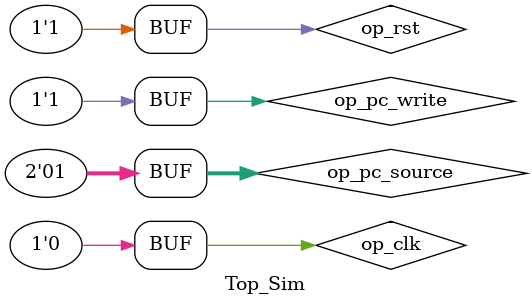
<source format=v>
`timescale 1ns / 1ps


module Top_Sim(
    );
    reg op_rst, op_pc_write;
    reg [1:0] op_pc_source;
    reg op_clk;
    wire [31:0] ir;
    
    Top_Level Top_Level_Sim(
        .op_clk(op_clk),
        .op_rst(op_rst),
        .op_pc_write(op_pc_write),
        .op_pc_source(op_pc_source),
        .ir(ir)
    );
    
    always
    begin
        op_clk = 1; #5;
        op_clk = !op_clk; #5;
    end
    
    initial
    begin
        //test 1 rset the Program Counter
        op_rst       = 1; #15;
        op_pc_write  = 1; #15;
        op_pc_source = 1; #15;
        
        //test 2
        op_rst       = 0; #15;
        op_pc_write  = 1; #15;
        op_pc_source = 1; #15;
        
        //test 3
        op_rst       = 0; #15;
        op_pc_write  = 0; #15;
        op_pc_source = 1; #15;
        
        //test 4
        op_rst       = 0; #15;
        op_pc_write  = 0; #15;
        op_pc_source = 0; #15;
        
        //test 5
        op_rst       = 1; #15;
        op_pc_write  = 0; #15;
        op_pc_source = 1; #15;
                
        //test 6
        op_rst       = 1; #15;
        op_pc_write  = 0; #15;
        op_pc_source = 0; #15;
        
        //test 7
        op_rst       = 1; #15;
        op_pc_write  = 1; #15;
        op_pc_source = 0; #15;
        
        //test 8
        op_rst       = 1; #15;
        op_pc_write  = 1; #15;
        op_pc_source = 1; #15;
    end
    
endmodule

</source>
